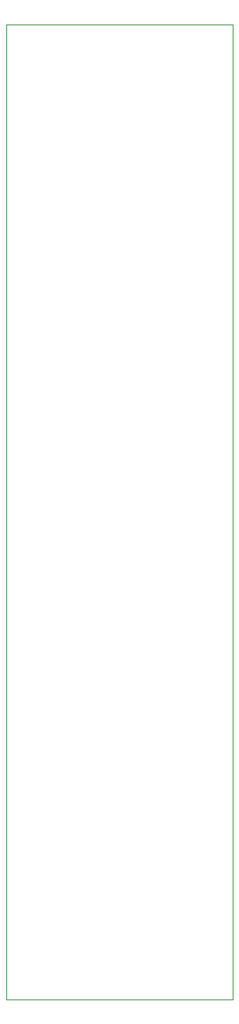
<source format=gbr>
G04 #@! TF.GenerationSoftware,KiCad,Pcbnew,(5.1.4-0-10_14)*
G04 #@! TF.CreationDate,2019-11-07T07:48:41+01:00*
G04 #@! TF.ProjectId,IFEI,49464549-2e6b-4696-9361-645f70636258,rev?*
G04 #@! TF.SameCoordinates,Original*
G04 #@! TF.FileFunction,Profile,NP*
%FSLAX46Y46*%
G04 Gerber Fmt 4.6, Leading zero omitted, Abs format (unit mm)*
G04 Created by KiCad (PCBNEW (5.1.4-0-10_14)) date 2019-11-07 07:48:41*
%MOMM*%
%LPD*%
G04 APERTURE LIST*
%ADD10C,0.100000*%
G04 APERTURE END LIST*
D10*
X124320000Y-149340000D02*
X148640000Y-149340000D01*
X148640000Y-45010000D02*
X124320000Y-45010000D01*
X148640000Y-149340000D02*
X148640000Y-45010000D01*
X124320000Y-45010000D02*
X124320000Y-149340000D01*
M02*

</source>
